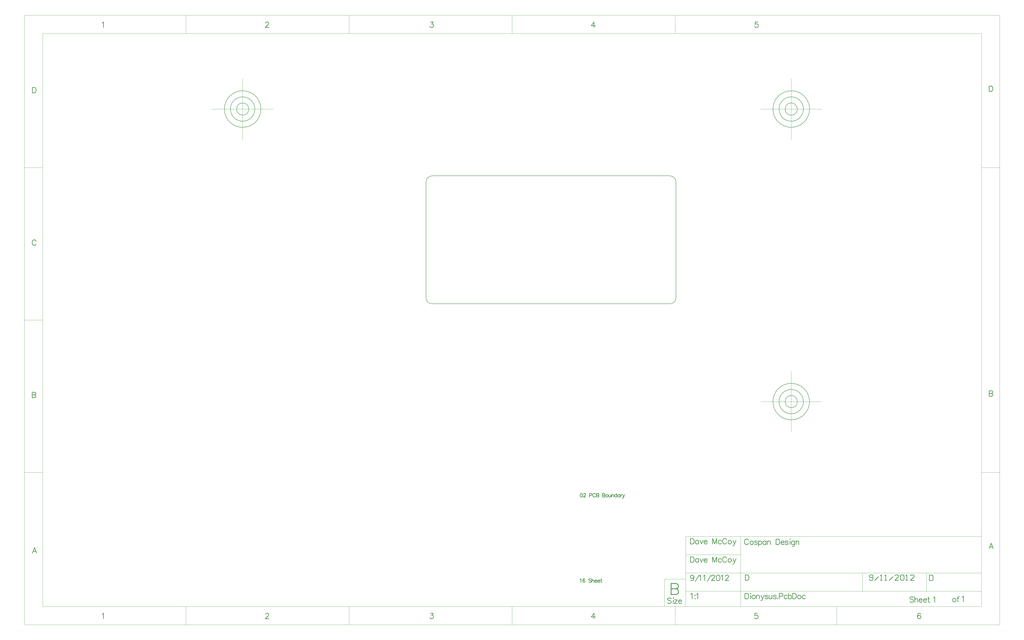
<source format=gko>
%FSLAX25Y25*%
%MOIN*%
G70*
G01*
G75*
G04 Layer_Color=16711935*
%ADD10R,0.02953X0.02559*%
%ADD11R,0.09843X0.03543*%
%ADD12R,0.00984X0.03150*%
%ADD13R,0.02559X0.02953*%
%ADD14R,0.04331X0.12598*%
%ADD15R,0.05906X0.05118*%
%ADD16R,0.02362X0.01969*%
%ADD17R,0.01969X0.02362*%
%ADD18R,0.01772X0.03937*%
%ADD19R,0.02362X0.03937*%
%ADD20R,0.02756X0.01969*%
%ADD21R,0.01969X0.02756*%
%ADD22R,0.07874X0.04724*%
%ADD23O,0.07087X0.01181*%
%ADD24O,0.01181X0.07087*%
%ADD25R,0.05315X0.01575*%
%ADD26R,0.05512X0.06299*%
%ADD27R,0.07087X0.07480*%
%ADD28R,0.05118X0.09055*%
%ADD29R,0.07087X0.11811*%
%ADD30R,0.04921X0.07284*%
%ADD31R,0.07480X0.02835*%
%ADD32R,0.04921X0.01378*%
%ADD33O,0.06102X0.02165*%
%ADD34C,0.00600*%
%ADD35C,0.01000*%
%ADD36C,0.02000*%
%ADD37C,0.03000*%
%ADD38C,0.01500*%
%ADD39C,0.00400*%
%ADD40C,0.00200*%
%ADD41C,0.01400*%
%ADD42C,0.06000*%
%ADD43C,0.03937*%
%ADD44C,0.05906*%
%ADD45C,0.02400*%
%ADD46C,0.04000*%
%ADD47C,0.14900*%
%ADD48C,0.06400*%
G04:AMPARAMS|DCode=49|XSize=80mil|YSize=80mil|CornerRadius=0mil|HoleSize=0mil|Usage=FLASHONLY|Rotation=0.000|XOffset=0mil|YOffset=0mil|HoleType=Round|Shape=Relief|Width=8mil|Gap=10mil|Entries=4|*
%AMTHD49*
7,0,0,0.08000,0.06000,0.00800,45*
%
%ADD49THD49*%
%ADD50C,0.09400*%
%ADD51C,0.03400*%
G04:AMPARAMS|DCode=52|XSize=50mil|YSize=50mil|CornerRadius=0mil|HoleSize=0mil|Usage=FLASHONLY|Rotation=0.000|XOffset=0mil|YOffset=0mil|HoleType=Round|Shape=Relief|Width=8mil|Gap=10mil|Entries=4|*
%AMTHD52*
7,0,0,0.05000,0.03000,0.00800,45*
%
%ADD52THD52*%
%ADD53C,0.00984*%
%ADD54C,0.02362*%
%ADD55C,0.00787*%
%ADD56C,0.00394*%
%ADD57R,0.03553X0.03159*%
%ADD58R,0.10394X0.04095*%
%ADD59R,0.01535X0.03701*%
%ADD60R,0.03159X0.03553*%
%ADD61R,0.04931X0.13198*%
%ADD62R,0.06506X0.05718*%
%ADD63R,0.02962X0.02569*%
%ADD64R,0.02569X0.02962*%
%ADD65R,0.02372X0.04537*%
%ADD66R,0.02962X0.04537*%
%ADD67R,0.03356X0.02569*%
%ADD68R,0.02569X0.03356*%
%ADD69R,0.08474X0.05324*%
%ADD70O,0.07687X0.01781*%
%ADD71O,0.01781X0.07687*%
%ADD72R,0.05915X0.02175*%
%ADD73R,0.06112X0.06899*%
%ADD74R,0.07687X0.08080*%
%ADD75R,0.05718X0.09655*%
%ADD76R,0.07687X0.12411*%
%ADD77R,0.05521X0.07883*%
%ADD78R,0.08080X0.03435*%
%ADD79R,0.05521X0.01978*%
%ADD80O,0.06702X0.02765*%
%ADD81C,0.00300*%
%ADD82C,0.06600*%
%ADD83C,0.04537*%
%ADD84C,0.06506*%
%ADD85C,0.03000*%
D34*
X400800Y400D02*
G03*
X410800Y10400I0J10000D01*
G01*
Y200400D02*
G03*
X400800Y210400I-10000J0D01*
G01*
X10800D02*
G03*
X800Y200400I0J-10000D01*
G01*
Y10400D02*
G03*
X10800Y400I10000J0D01*
G01*
X-270000Y320000D02*
G03*
X-270000Y320000I-30000J0D01*
G01*
X-280000D02*
G03*
X-280000Y320000I-20000J0D01*
G01*
X-290000D02*
G03*
X-290000Y320000I-10000J0D01*
G01*
X630000D02*
G03*
X630000Y320000I-30000J0D01*
G01*
X620000D02*
G03*
X620000Y320000I-20000J0D01*
G01*
X610000D02*
G03*
X610000Y320000I-10000J0D01*
G01*
X630000Y-160000D02*
G03*
X630000Y-160000I-30000J0D01*
G01*
X620000D02*
G03*
X620000Y-160000I-20000J0D01*
G01*
X610000D02*
G03*
X610000Y-160000I-10000J0D01*
G01*
X10800Y210400D02*
X400800D01*
X410800Y10400D02*
Y200400D01*
X10800Y400D02*
X400800D01*
X800Y10400D02*
Y200400D01*
D35*
X255214Y-310501D02*
X254357Y-310787D01*
X253786Y-311644D01*
X253500Y-313072D01*
Y-313929D01*
X253786Y-315357D01*
X254357Y-316214D01*
X255214Y-316500D01*
X255785D01*
X256642Y-316214D01*
X257213Y-315357D01*
X257499Y-313929D01*
Y-313072D01*
X257213Y-311644D01*
X256642Y-310787D01*
X255785Y-310501D01*
X255214D01*
X259127Y-311930D02*
Y-311644D01*
X259413Y-311073D01*
X259699Y-310787D01*
X260270Y-310501D01*
X261413D01*
X261984Y-310787D01*
X262269Y-311073D01*
X262555Y-311644D01*
Y-312215D01*
X262269Y-312787D01*
X261698Y-313644D01*
X258842Y-316500D01*
X262841D01*
X268897Y-313644D02*
X271468D01*
X272324Y-313358D01*
X272610Y-313072D01*
X272896Y-312501D01*
Y-311644D01*
X272610Y-311073D01*
X272324Y-310787D01*
X271468Y-310501D01*
X268897D01*
Y-316500D01*
X278523Y-311930D02*
X278238Y-311358D01*
X277666Y-310787D01*
X277095Y-310501D01*
X275952D01*
X275381Y-310787D01*
X274810Y-311358D01*
X274524Y-311930D01*
X274238Y-312787D01*
Y-314215D01*
X274524Y-315072D01*
X274810Y-315643D01*
X275381Y-316214D01*
X275952Y-316500D01*
X277095D01*
X277666Y-316214D01*
X278238Y-315643D01*
X278523Y-315072D01*
X280209Y-310501D02*
Y-316500D01*
Y-310501D02*
X282779D01*
X283636Y-310787D01*
X283922Y-311073D01*
X284208Y-311644D01*
Y-312215D01*
X283922Y-312787D01*
X283636Y-313072D01*
X282779Y-313358D01*
X280209D02*
X282779D01*
X283636Y-313644D01*
X283922Y-313929D01*
X284208Y-314500D01*
Y-315357D01*
X283922Y-315929D01*
X283636Y-316214D01*
X282779Y-316500D01*
X280209D01*
X290264Y-310501D02*
Y-316500D01*
Y-310501D02*
X292834D01*
X293691Y-310787D01*
X293977Y-311073D01*
X294263Y-311644D01*
Y-312215D01*
X293977Y-312787D01*
X293691Y-313072D01*
X292834Y-313358D01*
X290264D02*
X292834D01*
X293691Y-313644D01*
X293977Y-313929D01*
X294263Y-314500D01*
Y-315357D01*
X293977Y-315929D01*
X293691Y-316214D01*
X292834Y-316500D01*
X290264D01*
X297034Y-312501D02*
X296462Y-312787D01*
X295891Y-313358D01*
X295605Y-314215D01*
Y-314786D01*
X295891Y-315643D01*
X296462Y-316214D01*
X297034Y-316500D01*
X297890D01*
X298462Y-316214D01*
X299033Y-315643D01*
X299319Y-314786D01*
Y-314215D01*
X299033Y-313358D01*
X298462Y-312787D01*
X297890Y-312501D01*
X297034D01*
X300633D02*
Y-315357D01*
X300918Y-316214D01*
X301490Y-316500D01*
X302347D01*
X302918Y-316214D01*
X303775Y-315357D01*
Y-312501D02*
Y-316500D01*
X305346Y-312501D02*
Y-316500D01*
Y-313644D02*
X306203Y-312787D01*
X306774Y-312501D01*
X307631D01*
X308203Y-312787D01*
X308488Y-313644D01*
Y-316500D01*
X313487Y-310501D02*
Y-316500D01*
Y-313358D02*
X312916Y-312787D01*
X312345Y-312501D01*
X311488D01*
X310916Y-312787D01*
X310345Y-313358D01*
X310059Y-314215D01*
Y-314786D01*
X310345Y-315643D01*
X310916Y-316214D01*
X311488Y-316500D01*
X312345D01*
X312916Y-316214D01*
X313487Y-315643D01*
X318515Y-312501D02*
Y-316500D01*
Y-313358D02*
X317943Y-312787D01*
X317372Y-312501D01*
X316515D01*
X315944Y-312787D01*
X315372Y-313358D01*
X315087Y-314215D01*
Y-314786D01*
X315372Y-315643D01*
X315944Y-316214D01*
X316515Y-316500D01*
X317372D01*
X317943Y-316214D01*
X318515Y-315643D01*
X320114Y-312501D02*
Y-316500D01*
Y-314215D02*
X320400Y-313358D01*
X320971Y-312787D01*
X321543Y-312501D01*
X322399D01*
X323228D02*
X324942Y-316500D01*
X326656Y-312501D02*
X324942Y-316500D01*
X324371Y-317643D01*
X323799Y-318214D01*
X323228Y-318500D01*
X322942D01*
X253500Y-451644D02*
X254071Y-451358D01*
X254928Y-450501D01*
Y-456500D01*
X261327Y-451358D02*
X261041Y-450787D01*
X260184Y-450501D01*
X259613D01*
X258756Y-450787D01*
X258185Y-451644D01*
X257899Y-453072D01*
Y-454500D01*
X258185Y-455643D01*
X258756Y-456214D01*
X259613Y-456500D01*
X259899D01*
X260756Y-456214D01*
X261327Y-455643D01*
X261613Y-454786D01*
Y-454500D01*
X261327Y-453644D01*
X260756Y-453072D01*
X259899Y-452786D01*
X259613D01*
X258756Y-453072D01*
X258185Y-453644D01*
X257899Y-454500D01*
X271639Y-451358D02*
X271068Y-450787D01*
X270211Y-450501D01*
X269068D01*
X268211Y-450787D01*
X267640Y-451358D01*
Y-451930D01*
X267926Y-452501D01*
X268211Y-452786D01*
X268782Y-453072D01*
X270496Y-453644D01*
X271068Y-453929D01*
X271353Y-454215D01*
X271639Y-454786D01*
Y-455643D01*
X271068Y-456214D01*
X270211Y-456500D01*
X269068D01*
X268211Y-456214D01*
X267640Y-455643D01*
X272982Y-450501D02*
Y-456500D01*
Y-453644D02*
X273838Y-452786D01*
X274410Y-452501D01*
X275267D01*
X275838Y-452786D01*
X276124Y-453644D01*
Y-456500D01*
X277695Y-454215D02*
X281123D01*
Y-453644D01*
X280837Y-453072D01*
X280551Y-452786D01*
X279980Y-452501D01*
X279123D01*
X278552Y-452786D01*
X277980Y-453358D01*
X277695Y-454215D01*
Y-454786D01*
X277980Y-455643D01*
X278552Y-456214D01*
X279123Y-456500D01*
X279980D01*
X280551Y-456214D01*
X281123Y-455643D01*
X282408Y-454215D02*
X285836D01*
Y-453644D01*
X285550Y-453072D01*
X285265Y-452786D01*
X284693Y-452501D01*
X283836D01*
X283265Y-452786D01*
X282694Y-453358D01*
X282408Y-454215D01*
Y-454786D01*
X282694Y-455643D01*
X283265Y-456214D01*
X283836Y-456500D01*
X284693D01*
X285265Y-456214D01*
X285836Y-455643D01*
X287978Y-450501D02*
Y-455357D01*
X288264Y-456214D01*
X288835Y-456500D01*
X289407D01*
X287121Y-452501D02*
X289121D01*
X880091Y-480724D02*
X880947Y-480295D01*
X882233Y-479010D01*
Y-488008D01*
X826500Y-444503D02*
Y-453500D01*
X830999D01*
X832498Y-452001D01*
Y-446002D01*
X830999Y-444503D01*
X826500D01*
X833142Y-481708D02*
X833999Y-481280D01*
X835284Y-479994D01*
Y-488992D01*
X-530500Y461284D02*
X-529643Y461713D01*
X-528358Y462998D01*
Y454000D01*
X924500Y357998D02*
Y349000D01*
Y357998D02*
X927499D01*
X928785Y357570D01*
X929642Y356713D01*
X930070Y355856D01*
X930499Y354570D01*
Y352428D01*
X930070Y351142D01*
X929642Y350285D01*
X928785Y349429D01*
X927499Y349000D01*
X924500D01*
X529549Y-387581D02*
X529121Y-386724D01*
X528264Y-385867D01*
X527407Y-385439D01*
X525693D01*
X524836Y-385867D01*
X523979Y-386724D01*
X523551Y-387581D01*
X523122Y-388867D01*
Y-391009D01*
X523551Y-392295D01*
X523979Y-393152D01*
X524836Y-394008D01*
X525693Y-394437D01*
X527407D01*
X528264Y-394008D01*
X529121Y-393152D01*
X529549Y-392295D01*
X534220Y-388438D02*
X533363Y-388867D01*
X532506Y-389724D01*
X532077Y-391009D01*
Y-391866D01*
X532506Y-393152D01*
X533363Y-394008D01*
X534220Y-394437D01*
X535505D01*
X536362Y-394008D01*
X537219Y-393152D01*
X537647Y-391866D01*
Y-391009D01*
X537219Y-389724D01*
X536362Y-388867D01*
X535505Y-388438D01*
X534220D01*
X544332Y-389724D02*
X543903Y-388867D01*
X542618Y-388438D01*
X541332D01*
X540047Y-388867D01*
X539618Y-389724D01*
X540047Y-390581D01*
X540904Y-391009D01*
X543046Y-391438D01*
X543903Y-391866D01*
X544332Y-392723D01*
Y-393152D01*
X543903Y-394008D01*
X542618Y-394437D01*
X541332D01*
X540047Y-394008D01*
X539618Y-393152D01*
X546217Y-388438D02*
Y-397436D01*
Y-389724D02*
X547074Y-388867D01*
X547931Y-388438D01*
X549217D01*
X550073Y-388867D01*
X550930Y-389724D01*
X551359Y-391009D01*
Y-391866D01*
X550930Y-393152D01*
X550073Y-394008D01*
X549217Y-394437D01*
X547931D01*
X547074Y-394008D01*
X546217Y-393152D01*
X558429Y-388438D02*
Y-394437D01*
Y-389724D02*
X557572Y-388867D01*
X556715Y-388438D01*
X555429D01*
X554572Y-388867D01*
X553716Y-389724D01*
X553287Y-391009D01*
Y-391866D01*
X553716Y-393152D01*
X554572Y-394008D01*
X555429Y-394437D01*
X556715D01*
X557572Y-394008D01*
X558429Y-393152D01*
X560828Y-388438D02*
Y-394437D01*
Y-390152D02*
X562114Y-388867D01*
X562971Y-388438D01*
X564256D01*
X565113Y-388867D01*
X565542Y-390152D01*
Y-394437D01*
X574968Y-385439D02*
Y-394437D01*
Y-385439D02*
X577967D01*
X579253Y-385867D01*
X580110Y-386724D01*
X580538Y-387581D01*
X580967Y-388867D01*
Y-391009D01*
X580538Y-392295D01*
X580110Y-393152D01*
X579253Y-394008D01*
X577967Y-394437D01*
X574968D01*
X582981Y-391009D02*
X588122D01*
Y-390152D01*
X587694Y-389295D01*
X587265Y-388867D01*
X586409Y-388438D01*
X585123D01*
X584266Y-388867D01*
X583409Y-389724D01*
X582981Y-391009D01*
Y-391866D01*
X583409Y-393152D01*
X584266Y-394008D01*
X585123Y-394437D01*
X586409D01*
X587265Y-394008D01*
X588122Y-393152D01*
X594764Y-389724D02*
X594335Y-388867D01*
X593050Y-388438D01*
X591764D01*
X590479Y-388867D01*
X590051Y-389724D01*
X590479Y-390581D01*
X591336Y-391009D01*
X593478Y-391438D01*
X594335Y-391866D01*
X594764Y-392723D01*
Y-393152D01*
X594335Y-394008D01*
X593050Y-394437D01*
X591764D01*
X590479Y-394008D01*
X590051Y-393152D01*
X597506Y-385439D02*
X597935Y-385867D01*
X598363Y-385439D01*
X597935Y-385011D01*
X597506Y-385439D01*
X597935Y-388438D02*
Y-394437D01*
X605090Y-388438D02*
Y-395294D01*
X604662Y-396579D01*
X604233Y-397008D01*
X603376Y-397436D01*
X602091D01*
X601234Y-397008D01*
X605090Y-389724D02*
X604233Y-388867D01*
X603376Y-388438D01*
X602091D01*
X601234Y-388867D01*
X600377Y-389724D01*
X599948Y-391009D01*
Y-391866D01*
X600377Y-393152D01*
X601234Y-394008D01*
X602091Y-394437D01*
X603376D01*
X604233Y-394008D01*
X605090Y-393152D01*
X607490Y-388438D02*
Y-394437D01*
Y-390152D02*
X608775Y-388867D01*
X609632Y-388438D01*
X610918D01*
X611774Y-388867D01*
X612203Y-390152D01*
Y-394437D01*
X931356Y-401000D02*
X927928Y-392002D01*
X924500Y-401000D01*
X925785Y-398001D02*
X930070D01*
X-262572Y460856D02*
Y461284D01*
X-262143Y462141D01*
X-261715Y462570D01*
X-260858Y462998D01*
X-259144D01*
X-258287Y462570D01*
X-257858Y462141D01*
X-257430Y461284D01*
Y460427D01*
X-257858Y459570D01*
X-258715Y458285D01*
X-263000Y454000D01*
X-257001D01*
X7857Y462998D02*
X12570D01*
X9999Y459570D01*
X11285D01*
X12142Y459142D01*
X12570Y458713D01*
X12999Y457428D01*
Y456571D01*
X12570Y455285D01*
X11713Y454428D01*
X10428Y454000D01*
X9142D01*
X7857Y454428D01*
X7429Y454857D01*
X7000Y455714D01*
X276285Y462998D02*
X272000Y456999D01*
X278427D01*
X276285Y462998D02*
Y454000D01*
X545142Y462998D02*
X540857D01*
X540428Y459142D01*
X540857Y459570D01*
X542142Y459999D01*
X543428D01*
X544713Y459570D01*
X545570Y458713D01*
X545999Y457428D01*
Y456571D01*
X545570Y455285D01*
X544713Y454428D01*
X543428Y454000D01*
X542142D01*
X540857Y454428D01*
X540428Y454857D01*
X540000Y455714D01*
X-530500Y-508716D02*
X-529643Y-508287D01*
X-528358Y-507002D01*
Y-516000D01*
X-262572Y-509144D02*
Y-508716D01*
X-262143Y-507859D01*
X-261715Y-507430D01*
X-260858Y-507002D01*
X-259144D01*
X-258287Y-507430D01*
X-257858Y-507859D01*
X-257430Y-508716D01*
Y-509573D01*
X-257858Y-510430D01*
X-258715Y-511715D01*
X-263000Y-516000D01*
X-257001D01*
X7857Y-507002D02*
X12570D01*
X9999Y-510430D01*
X11285D01*
X12142Y-510858D01*
X12570Y-511287D01*
X12999Y-512572D01*
Y-513429D01*
X12570Y-514715D01*
X11713Y-515571D01*
X10428Y-516000D01*
X9142D01*
X7857Y-515571D01*
X7429Y-515143D01*
X7000Y-514286D01*
X276285Y-507002D02*
X272000Y-513001D01*
X278427D01*
X276285Y-507002D02*
Y-516000D01*
X544642Y-507002D02*
X540357D01*
X539928Y-510858D01*
X540357Y-510430D01*
X541642Y-510001D01*
X542928D01*
X544213Y-510430D01*
X545070Y-511287D01*
X545499Y-512572D01*
Y-513429D01*
X545070Y-514715D01*
X544213Y-515571D01*
X542928Y-516000D01*
X541642D01*
X540357Y-515571D01*
X539928Y-515143D01*
X539500Y-514286D01*
X728000Y-451501D02*
X729499Y-453000D01*
X732499D01*
X733998Y-451501D01*
Y-445502D01*
X732499Y-444003D01*
X729499D01*
X728000Y-445502D01*
Y-447002D01*
X729499Y-448501D01*
X733998D01*
X736997Y-453000D02*
X742995Y-447002D01*
X745994Y-453000D02*
X748993D01*
X747494D01*
Y-444003D01*
X745994Y-445502D01*
X753492Y-453000D02*
X756491D01*
X754991D01*
Y-444003D01*
X753492Y-445502D01*
X760989Y-453000D02*
X766987Y-447002D01*
X775984Y-453000D02*
X769986D01*
X775984Y-447002D01*
Y-445502D01*
X774485Y-444003D01*
X771486D01*
X769986Y-445502D01*
X778983D02*
X780483Y-444003D01*
X783482D01*
X784982Y-445502D01*
Y-451501D01*
X783482Y-453000D01*
X780483D01*
X778983Y-451501D01*
Y-445502D01*
X787981Y-453000D02*
X790980D01*
X789480D01*
Y-444003D01*
X787981Y-445502D01*
X801476Y-453000D02*
X795478D01*
X801476Y-447002D01*
Y-445502D01*
X799977Y-444003D01*
X796978D01*
X795478Y-445502D01*
X524500Y-444002D02*
Y-453000D01*
Y-444002D02*
X527499D01*
X528785Y-444430D01*
X529642Y-445287D01*
X530070Y-446144D01*
X530499Y-447430D01*
Y-449572D01*
X530070Y-450858D01*
X529642Y-451715D01*
X528785Y-452571D01*
X527499Y-453000D01*
X524500D01*
X800499Y-481287D02*
X799642Y-480430D01*
X798356Y-480002D01*
X796642D01*
X795357Y-480430D01*
X794500Y-481287D01*
Y-482144D01*
X794929Y-483001D01*
X795357Y-483430D01*
X796214Y-483858D01*
X798785Y-484715D01*
X799642Y-485144D01*
X800070Y-485572D01*
X800499Y-486429D01*
Y-487715D01*
X799642Y-488572D01*
X798356Y-489000D01*
X796642D01*
X795357Y-488572D01*
X794500Y-487715D01*
X802513Y-480002D02*
Y-489000D01*
Y-484715D02*
X803798Y-483430D01*
X804655Y-483001D01*
X805940D01*
X806797Y-483430D01*
X807226Y-484715D01*
Y-489000D01*
X809583Y-485572D02*
X814724D01*
Y-484715D01*
X814296Y-483858D01*
X813867Y-483430D01*
X813010Y-483001D01*
X811725D01*
X810868Y-483430D01*
X810011Y-484287D01*
X809583Y-485572D01*
Y-486429D01*
X810011Y-487715D01*
X810868Y-488572D01*
X811725Y-489000D01*
X813010D01*
X813867Y-488572D01*
X814724Y-487715D01*
X816652Y-485572D02*
X821794D01*
Y-484715D01*
X821366Y-483858D01*
X820937Y-483430D01*
X820080Y-483001D01*
X818795D01*
X817938Y-483430D01*
X817081Y-484287D01*
X816652Y-485572D01*
Y-486429D01*
X817081Y-487715D01*
X817938Y-488572D01*
X818795Y-489000D01*
X820080D01*
X820937Y-488572D01*
X821794Y-487715D01*
X825008Y-480002D02*
Y-487286D01*
X825436Y-488572D01*
X826293Y-489000D01*
X827150D01*
X823722Y-483001D02*
X826722D01*
X866642Y-482501D02*
X865785Y-482930D01*
X864929Y-483787D01*
X864500Y-485072D01*
Y-485929D01*
X864929Y-487215D01*
X865785Y-488071D01*
X866642Y-488500D01*
X867928D01*
X868785Y-488071D01*
X869642Y-487215D01*
X870070Y-485929D01*
Y-485072D01*
X869642Y-483787D01*
X868785Y-482930D01*
X867928Y-482501D01*
X866642D01*
X875469Y-479502D02*
X874612D01*
X873755Y-479930D01*
X873327Y-481216D01*
Y-488500D01*
X872041Y-482501D02*
X875041D01*
X434500Y-384502D02*
Y-393500D01*
Y-384502D02*
X437499D01*
X438785Y-384930D01*
X439642Y-385787D01*
X440070Y-386644D01*
X440499Y-387930D01*
Y-390072D01*
X440070Y-391358D01*
X439642Y-392215D01*
X438785Y-393072D01*
X437499Y-393500D01*
X434500D01*
X447654Y-387501D02*
Y-393500D01*
Y-388787D02*
X446797Y-387930D01*
X445940Y-387501D01*
X444655D01*
X443798Y-387930D01*
X442941Y-388787D01*
X442513Y-390072D01*
Y-390929D01*
X442941Y-392215D01*
X443798Y-393072D01*
X444655Y-393500D01*
X445940D01*
X446797Y-393072D01*
X447654Y-392215D01*
X450054Y-387501D02*
X452625Y-393500D01*
X455196Y-387501D02*
X452625Y-393500D01*
X456652Y-390072D02*
X461794D01*
Y-389215D01*
X461366Y-388358D01*
X460937Y-387930D01*
X460080Y-387501D01*
X458795D01*
X457938Y-387930D01*
X457081Y-388787D01*
X456652Y-390072D01*
Y-390929D01*
X457081Y-392215D01*
X457938Y-393072D01*
X458795Y-393500D01*
X460080D01*
X460937Y-393072D01*
X461794Y-392215D01*
X470792Y-384502D02*
Y-393500D01*
Y-384502D02*
X474220Y-393500D01*
X477648Y-384502D02*
X474220Y-393500D01*
X477648Y-384502D02*
Y-393500D01*
X485360Y-388787D02*
X484504Y-387930D01*
X483647Y-387501D01*
X482361D01*
X481504Y-387930D01*
X480647Y-388787D01*
X480219Y-390072D01*
Y-390929D01*
X480647Y-392215D01*
X481504Y-393072D01*
X482361Y-393500D01*
X483647D01*
X484504Y-393072D01*
X485360Y-392215D01*
X493716Y-386644D02*
X493287Y-385787D01*
X492430Y-384930D01*
X491573Y-384502D01*
X489860D01*
X489003Y-384930D01*
X488146Y-385787D01*
X487717Y-386644D01*
X487289Y-387930D01*
Y-390072D01*
X487717Y-391358D01*
X488146Y-392215D01*
X489003Y-393072D01*
X489860Y-393500D01*
X491573D01*
X492430Y-393072D01*
X493287Y-392215D01*
X493716Y-391358D01*
X498386Y-387501D02*
X497529Y-387930D01*
X496672Y-388787D01*
X496244Y-390072D01*
Y-390929D01*
X496672Y-392215D01*
X497529Y-393072D01*
X498386Y-393500D01*
X499672D01*
X500529Y-393072D01*
X501386Y-392215D01*
X501814Y-390929D01*
Y-390072D01*
X501386Y-388787D01*
X500529Y-387930D01*
X499672Y-387501D01*
X498386D01*
X504214D02*
X506784Y-393500D01*
X509355Y-387501D02*
X506784Y-393500D01*
X505928Y-395214D01*
X505071Y-396071D01*
X504214Y-396499D01*
X503785D01*
X434500Y-414502D02*
Y-423500D01*
Y-414502D02*
X437499D01*
X438785Y-414930D01*
X439642Y-415787D01*
X440070Y-416644D01*
X440499Y-417930D01*
Y-420072D01*
X440070Y-421358D01*
X439642Y-422215D01*
X438785Y-423071D01*
X437499Y-423500D01*
X434500D01*
X447654Y-417501D02*
Y-423500D01*
Y-418787D02*
X446797Y-417930D01*
X445940Y-417501D01*
X444655D01*
X443798Y-417930D01*
X442941Y-418787D01*
X442513Y-420072D01*
Y-420929D01*
X442941Y-422215D01*
X443798Y-423071D01*
X444655Y-423500D01*
X445940D01*
X446797Y-423071D01*
X447654Y-422215D01*
X450054Y-417501D02*
X452625Y-423500D01*
X455196Y-417501D02*
X452625Y-423500D01*
X456652Y-420072D02*
X461794D01*
Y-419215D01*
X461366Y-418358D01*
X460937Y-417930D01*
X460080Y-417501D01*
X458795D01*
X457938Y-417930D01*
X457081Y-418787D01*
X456652Y-420072D01*
Y-420929D01*
X457081Y-422215D01*
X457938Y-423071D01*
X458795Y-423500D01*
X460080D01*
X460937Y-423071D01*
X461794Y-422215D01*
X470792Y-414502D02*
Y-423500D01*
Y-414502D02*
X474220Y-423500D01*
X477648Y-414502D02*
X474220Y-423500D01*
X477648Y-414502D02*
Y-423500D01*
X485360Y-418787D02*
X484504Y-417930D01*
X483647Y-417501D01*
X482361D01*
X481504Y-417930D01*
X480647Y-418787D01*
X480219Y-420072D01*
Y-420929D01*
X480647Y-422215D01*
X481504Y-423071D01*
X482361Y-423500D01*
X483647D01*
X484504Y-423071D01*
X485360Y-422215D01*
X493716Y-416644D02*
X493287Y-415787D01*
X492430Y-414930D01*
X491573Y-414502D01*
X489860D01*
X489003Y-414930D01*
X488146Y-415787D01*
X487717Y-416644D01*
X487289Y-417930D01*
Y-420072D01*
X487717Y-421358D01*
X488146Y-422215D01*
X489003Y-423071D01*
X489860Y-423500D01*
X491573D01*
X492430Y-423071D01*
X493287Y-422215D01*
X493716Y-421358D01*
X498386Y-417501D02*
X497529Y-417930D01*
X496672Y-418787D01*
X496244Y-420072D01*
Y-420929D01*
X496672Y-422215D01*
X497529Y-423071D01*
X498386Y-423500D01*
X499672D01*
X500529Y-423071D01*
X501386Y-422215D01*
X501814Y-420929D01*
Y-420072D01*
X501386Y-418787D01*
X500529Y-417930D01*
X499672Y-417501D01*
X498386D01*
X504214D02*
X506784Y-423500D01*
X509355Y-417501D02*
X506784Y-423500D01*
X505928Y-425214D01*
X505071Y-426071D01*
X504214Y-426499D01*
X503785D01*
X440070Y-447501D02*
X439642Y-448787D01*
X438785Y-449644D01*
X437499Y-450072D01*
X437071D01*
X435785Y-449644D01*
X434929Y-448787D01*
X434500Y-447501D01*
Y-447073D01*
X434929Y-445787D01*
X435785Y-444930D01*
X437071Y-444502D01*
X437499D01*
X438785Y-444930D01*
X439642Y-445787D01*
X440070Y-447501D01*
Y-449644D01*
X439642Y-451786D01*
X438785Y-453071D01*
X437499Y-453500D01*
X436642D01*
X435357Y-453071D01*
X434929Y-452215D01*
X442513Y-454785D02*
X448511Y-444502D01*
X449111Y-446216D02*
X449968Y-445787D01*
X451254Y-444502D01*
Y-453500D01*
X455710Y-446216D02*
X456567Y-445787D01*
X457852Y-444502D01*
Y-453500D01*
X462308Y-454785D02*
X468307Y-444502D01*
X469335Y-446644D02*
Y-446216D01*
X469764Y-445359D01*
X470192Y-444930D01*
X471049Y-444502D01*
X472763D01*
X473620Y-444930D01*
X474049Y-445359D01*
X474477Y-446216D01*
Y-447073D01*
X474049Y-447930D01*
X473192Y-449215D01*
X468907Y-453500D01*
X474906D01*
X479490Y-444502D02*
X478205Y-444930D01*
X477348Y-446216D01*
X476920Y-448358D01*
Y-449644D01*
X477348Y-451786D01*
X478205Y-453071D01*
X479490Y-453500D01*
X480347D01*
X481633Y-453071D01*
X482490Y-451786D01*
X482918Y-449644D01*
Y-448358D01*
X482490Y-446216D01*
X481633Y-444930D01*
X480347Y-444502D01*
X479490D01*
X484932Y-446216D02*
X485789Y-445787D01*
X487075Y-444502D01*
Y-453500D01*
X491959Y-446644D02*
Y-446216D01*
X492388Y-445359D01*
X492816Y-444930D01*
X493673Y-444502D01*
X495387D01*
X496244Y-444930D01*
X496672Y-445359D01*
X497101Y-446216D01*
Y-447073D01*
X496672Y-447930D01*
X495816Y-449215D01*
X491531Y-453500D01*
X497529D01*
X402999Y-483287D02*
X402142Y-482430D01*
X400856Y-482002D01*
X399142D01*
X397857Y-482430D01*
X397000Y-483287D01*
Y-484144D01*
X397428Y-485001D01*
X397857Y-485430D01*
X398714Y-485858D01*
X401285Y-486715D01*
X402142Y-487144D01*
X402570Y-487572D01*
X402999Y-488429D01*
Y-489715D01*
X402142Y-490571D01*
X400856Y-491000D01*
X399142D01*
X397857Y-490571D01*
X397000Y-489715D01*
X405869Y-482002D02*
X406298Y-482430D01*
X406727Y-482002D01*
X406298Y-481573D01*
X405869Y-482002D01*
X406298Y-485001D02*
Y-491000D01*
X413025Y-485001D02*
X408312Y-491000D01*
Y-485001D02*
X413025D01*
X408312Y-491000D02*
X413025D01*
X414911Y-487572D02*
X420052D01*
Y-486715D01*
X419624Y-485858D01*
X419195Y-485430D01*
X418338Y-485001D01*
X417053D01*
X416196Y-485430D01*
X415339Y-486287D01*
X414911Y-487572D01*
Y-488429D01*
X415339Y-489715D01*
X416196Y-490571D01*
X417053Y-491000D01*
X418338D01*
X419195Y-490571D01*
X420052Y-489715D01*
X435000Y-476216D02*
X435857Y-475787D01*
X437142Y-474502D01*
Y-483500D01*
X442027Y-477501D02*
X441599Y-477930D01*
X442027Y-478358D01*
X442456Y-477930D01*
X442027Y-477501D01*
Y-482643D02*
X441599Y-483072D01*
X442027Y-483500D01*
X442456Y-483072D01*
X442027Y-482643D01*
X444427Y-476216D02*
X445284Y-475787D01*
X446569Y-474502D01*
Y-483500D01*
X524000Y-474502D02*
Y-483500D01*
Y-474502D02*
X526999D01*
X528285Y-474930D01*
X529142Y-475787D01*
X529570Y-476644D01*
X529999Y-477930D01*
Y-480072D01*
X529570Y-481358D01*
X529142Y-482215D01*
X528285Y-483072D01*
X526999Y-483500D01*
X524000D01*
X532869Y-474502D02*
X533298Y-474930D01*
X533727Y-474502D01*
X533298Y-474073D01*
X532869Y-474502D01*
X533298Y-477501D02*
Y-483500D01*
X537454Y-477501D02*
X536597Y-477930D01*
X535740Y-478787D01*
X535312Y-480072D01*
Y-480929D01*
X535740Y-482215D01*
X536597Y-483072D01*
X537454Y-483500D01*
X538740D01*
X539597Y-483072D01*
X540454Y-482215D01*
X540882Y-480929D01*
Y-480072D01*
X540454Y-478787D01*
X539597Y-477930D01*
X538740Y-477501D01*
X537454D01*
X542853D02*
Y-483500D01*
Y-479215D02*
X544138Y-477930D01*
X544995Y-477501D01*
X546281D01*
X547138Y-477930D01*
X547566Y-479215D01*
Y-483500D01*
X550351Y-477501D02*
X552922Y-483500D01*
X555493Y-477501D02*
X552922Y-483500D01*
X552065Y-485214D01*
X551208Y-486071D01*
X550351Y-486499D01*
X549923D01*
X561706Y-478787D02*
X561278Y-477930D01*
X559992Y-477501D01*
X558707D01*
X557421Y-477930D01*
X556993Y-478787D01*
X557421Y-479644D01*
X558278Y-480072D01*
X560421Y-480501D01*
X561278Y-480929D01*
X561706Y-481786D01*
Y-482215D01*
X561278Y-483072D01*
X559992Y-483500D01*
X558707D01*
X557421Y-483072D01*
X556993Y-482215D01*
X563591Y-477501D02*
Y-481786D01*
X564020Y-483072D01*
X564877Y-483500D01*
X566162D01*
X567019Y-483072D01*
X568305Y-481786D01*
Y-477501D02*
Y-483500D01*
X575375Y-478787D02*
X574946Y-477930D01*
X573661Y-477501D01*
X572375D01*
X571090Y-477930D01*
X570661Y-478787D01*
X571090Y-479644D01*
X571947Y-480072D01*
X574089Y-480501D01*
X574946Y-480929D01*
X575375Y-481786D01*
Y-482215D01*
X574946Y-483072D01*
X573661Y-483500D01*
X572375D01*
X571090Y-483072D01*
X570661Y-482215D01*
X577689Y-482643D02*
X577260Y-483072D01*
X577689Y-483500D01*
X578117Y-483072D01*
X577689Y-482643D01*
X580088Y-479215D02*
X583944D01*
X585230Y-478787D01*
X585658Y-478358D01*
X586087Y-477501D01*
Y-476216D01*
X585658Y-475359D01*
X585230Y-474930D01*
X583944Y-474502D01*
X580088D01*
Y-483500D01*
X593242Y-478787D02*
X592385Y-477930D01*
X591528Y-477501D01*
X590243D01*
X589386Y-477930D01*
X588529Y-478787D01*
X588101Y-480072D01*
Y-480929D01*
X588529Y-482215D01*
X589386Y-483072D01*
X590243Y-483500D01*
X591528D01*
X592385Y-483072D01*
X593242Y-482215D01*
X595170Y-474502D02*
Y-483500D01*
Y-478787D02*
X596027Y-477930D01*
X596884Y-477501D01*
X598170D01*
X599027Y-477930D01*
X599884Y-478787D01*
X600312Y-480072D01*
Y-480929D01*
X599884Y-482215D01*
X599027Y-483072D01*
X598170Y-483500D01*
X596884D01*
X596027Y-483072D01*
X595170Y-482215D01*
X602240Y-474502D02*
Y-483500D01*
Y-474502D02*
X605240D01*
X606525Y-474930D01*
X607382Y-475787D01*
X607811Y-476644D01*
X608239Y-477930D01*
Y-480072D01*
X607811Y-481358D01*
X607382Y-482215D01*
X606525Y-483072D01*
X605240Y-483500D01*
X602240D01*
X612395Y-477501D02*
X611538Y-477930D01*
X610681Y-478787D01*
X610253Y-480072D01*
Y-480929D01*
X610681Y-482215D01*
X611538Y-483072D01*
X612395Y-483500D01*
X613681D01*
X614538Y-483072D01*
X615395Y-482215D01*
X615823Y-480929D01*
Y-480072D01*
X615395Y-478787D01*
X614538Y-477930D01*
X613681Y-477501D01*
X612395D01*
X622936Y-478787D02*
X622079Y-477930D01*
X621222Y-477501D01*
X619937D01*
X619080Y-477930D01*
X618223Y-478787D01*
X617794Y-480072D01*
Y-480929D01*
X618223Y-482215D01*
X619080Y-483072D01*
X619937Y-483500D01*
X621222D01*
X622079Y-483072D01*
X622936Y-482215D01*
X812142Y-508287D02*
X811713Y-507430D01*
X810428Y-507002D01*
X809571D01*
X808285Y-507430D01*
X807428Y-508716D01*
X807000Y-510858D01*
Y-513001D01*
X807428Y-514715D01*
X808285Y-515571D01*
X809571Y-516000D01*
X809999D01*
X811285Y-515571D01*
X812142Y-514715D01*
X812570Y-513429D01*
Y-513001D01*
X812142Y-511715D01*
X811285Y-510858D01*
X809999Y-510430D01*
X809571D01*
X808285Y-510858D01*
X807428Y-511715D01*
X807000Y-513001D01*
X-645000Y355498D02*
Y346500D01*
Y355498D02*
X-642001D01*
X-640715Y355070D01*
X-639858Y354213D01*
X-639430Y353356D01*
X-639001Y352070D01*
Y349928D01*
X-639430Y348642D01*
X-639858Y347785D01*
X-640715Y346929D01*
X-642001Y346500D01*
X-645000D01*
X-639073Y103356D02*
X-639501Y104213D01*
X-640358Y105070D01*
X-641215Y105498D01*
X-642929D01*
X-643786Y105070D01*
X-644643Y104213D01*
X-645072Y103356D01*
X-645500Y102070D01*
Y99928D01*
X-645072Y98642D01*
X-644643Y97785D01*
X-643786Y96929D01*
X-642929Y96500D01*
X-641215D01*
X-640358Y96929D01*
X-639501Y97785D01*
X-639073Y98642D01*
X-645500Y-144502D02*
Y-153500D01*
Y-144502D02*
X-641644D01*
X-640358Y-144930D01*
X-639930Y-145359D01*
X-639501Y-146216D01*
Y-147073D01*
X-639930Y-147930D01*
X-640358Y-148358D01*
X-641644Y-148787D01*
X-645500D02*
X-641644D01*
X-640358Y-149215D01*
X-639930Y-149644D01*
X-639501Y-150501D01*
Y-151786D01*
X-639930Y-152643D01*
X-640358Y-153071D01*
X-641644Y-153500D01*
X-645500D01*
X-638144Y-408500D02*
X-641572Y-399502D01*
X-645000Y-408500D01*
X-643715Y-405501D02*
X-639430D01*
X924500Y-142002D02*
Y-151000D01*
Y-142002D02*
X928356D01*
X929642Y-142430D01*
X930070Y-142859D01*
X930499Y-143716D01*
Y-144573D01*
X930070Y-145430D01*
X929642Y-145858D01*
X928356Y-146287D01*
X924500D02*
X928356D01*
X929642Y-146715D01*
X930070Y-147144D01*
X930499Y-148001D01*
Y-149286D01*
X930070Y-150143D01*
X929642Y-150572D01*
X928356Y-151000D01*
X924500D01*
D39*
X-300000Y320000D02*
X-250000D01*
X-350000D02*
X-300000D01*
Y370000D01*
Y270000D02*
Y320000D01*
X600000D02*
X650000D01*
X550000D02*
X600000D01*
Y370000D01*
Y270000D02*
Y320000D01*
Y-160000D02*
Y-110000D01*
Y-210000D02*
Y-160000D01*
X650000D01*
X550000D02*
X600000D01*
D40*
X-628000Y444000D02*
X912000D01*
X517000Y-381000D02*
X912000D01*
X392000Y-496000D02*
Y-451000D01*
X427000D01*
Y-496000D02*
Y-381000D01*
X517000Y-496000D02*
Y-381000D01*
X717000Y-471000D02*
Y-441000D01*
X822000Y-471000D02*
Y-441000D01*
X427000Y-381000D02*
X517000D01*
X427000Y-441000D02*
X912000D01*
X427000Y-471000D02*
X912000D01*
X427000Y-411000D02*
X517000D01*
X674500Y-526000D02*
Y-496000D01*
X409500Y-526000D02*
Y-496000D01*
X-125500Y-526000D02*
Y-496000D01*
X142000Y-526000D02*
Y-496000D01*
X-393000Y-526000D02*
Y-496000D01*
X409500Y444000D02*
Y474000D01*
X-125500Y444000D02*
Y474000D01*
X142000Y444000D02*
Y474000D01*
X912000Y224000D02*
X942000D01*
X912000Y-276000D02*
X942000D01*
X-393000Y444000D02*
Y474000D01*
X-658000Y224000D02*
X-628000D01*
X-658000Y-276000D02*
X-628000D01*
X912000Y-496000D02*
Y444000D01*
X-658000Y-26000D02*
X-628000D01*
Y-496000D02*
X912000D01*
X-628000D02*
Y444000D01*
X-658000Y-526000D02*
X942000D01*
Y474000D01*
X-658000D02*
X942000D01*
X-658000Y-526000D02*
Y474000D01*
D41*
X403000Y-458504D02*
Y-476500D01*
Y-458504D02*
X410713D01*
X413283Y-459361D01*
X414141Y-460218D01*
X414997Y-461932D01*
Y-463646D01*
X414141Y-465359D01*
X413283Y-466217D01*
X410713Y-467073D01*
X403000D02*
X410713D01*
X413283Y-467930D01*
X414141Y-468787D01*
X414997Y-470501D01*
Y-473072D01*
X414141Y-474786D01*
X413283Y-475643D01*
X410713Y-476500D01*
X403000D01*
M02*

</source>
